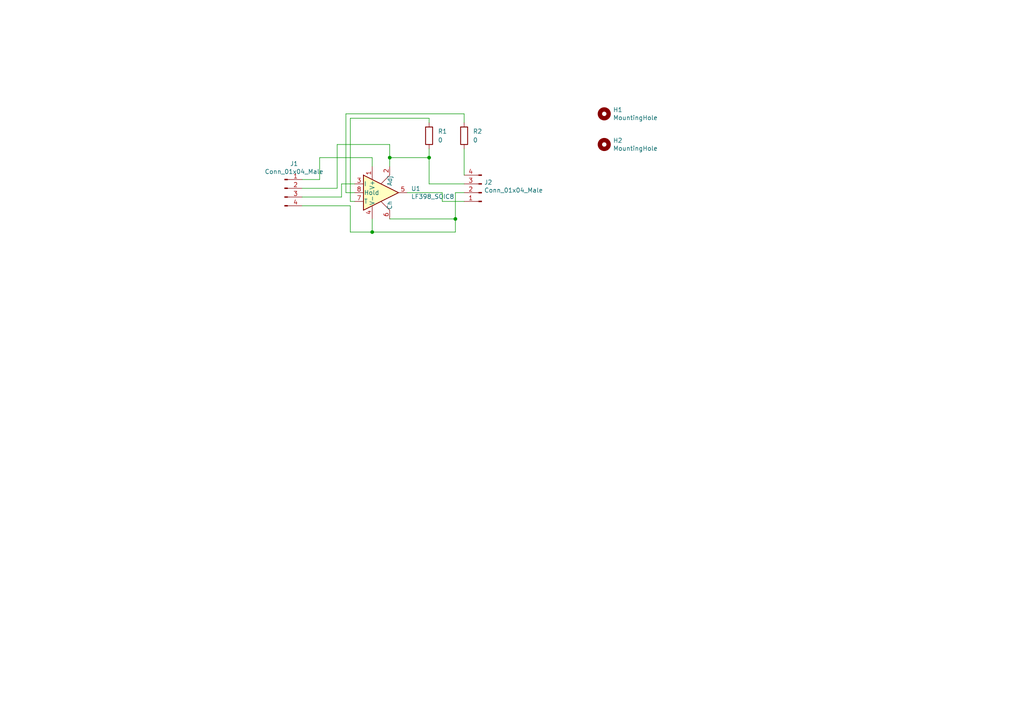
<source format=kicad_sch>
(kicad_sch (version 20211123) (generator eeschema)
  (paper "A4")
  (lib_symbols
    (symbol "Analog:LF398_SOIC8" (pin_names (offset 0.127))
      (property "Reference" "U" (at 5.08 3.81 0))
      (property "Value" "LF398_SOIC8" (at 5.08 -2.54 0))
      (symbol "LF398_SOIC8_0_1"
        (polyline (pts (xy 0 -2.54) (xy 2.54 -5.08)))
        (polyline (pts (xy 2.54 5.08) (xy 0 2.54)))
        (polyline (pts (xy -5.08 5.08) (xy 5.08 0) (xy -5.08 -5.08) (xy -5.08 5.08)) (stroke (width 0.254)) (fill (type background)))
      )
      (symbol "LF398_SOIC8_1_1"
        (pin passive line (at -2.54 7.62 270) (length 3.81) (name "V+") (number "1"))
        (pin passive line (at 2.54 7.62 270) (length 2.54) (name "Adj") (number "2"))
        (pin input line (at -7.62 2.54 0) (length 2.54) (name "I") (number "3"))
        (pin passive line (at -2.54 -7.62 90) (length 3.81) (name "V-") (number "4"))
        (pin output line (at 7.62 0 180) (length 2.54) (name "~") (number "5"))
        (pin passive line (at 2.54 -7.62 90) (length 2.54) (name "Ch") (number "6"))
        (pin passive line (at -7.62 -2.54 0) (length 2.54) (name "T") (number "7"))
        (pin input line (at -7.62 0 0) (length 2.54) (name "Hold") (number "8"))
      )
    )
    (symbol "Connector:Conn_01x04_Male" (pin_names (offset 1.016) hide)
      (property "Reference" "J" (at 0 5.08 0))
      (property "Value" "Conn_01x04_Male" (at 0 -7.62 0))
      (symbol "Conn_01x04_Male_1_1"
        (polyline (pts (xy 1.27 -5.08) (xy 0.8636 -5.08)) (stroke (width 0.1524)))
        (polyline (pts (xy 1.27 -2.54) (xy 0.8636 -2.54)) (stroke (width 0.1524)))
        (polyline (pts (xy 1.27 0) (xy 0.8636 0)) (stroke (width 0.1524)))
        (polyline (pts (xy 1.27 2.54) (xy 0.8636 2.54)) (stroke (width 0.1524)))
        (rectangle (start 0.8636 -4.953) (end 0 -5.207) (stroke (width 0.1524)) (fill (type outline)))
        (rectangle (start 0.8636 -2.413) (end 0 -2.667) (stroke (width 0.1524)) (fill (type outline)))
        (rectangle (start 0.8636 0.127) (end 0 -0.127) (stroke (width 0.1524)) (fill (type outline)))
        (rectangle (start 0.8636 2.667) (end 0 2.413) (stroke (width 0.1524)) (fill (type outline)))
        (pin passive line (at 5.08 2.54 180) (length 3.81) (name "Pin_1") (number "1"))
        (pin passive line (at 5.08 0 180) (length 3.81) (name "Pin_2") (number "2"))
        (pin passive line (at 5.08 -2.54 180) (length 3.81) (name "Pin_3") (number "3"))
        (pin passive line (at 5.08 -5.08 180) (length 3.81) (name "Pin_4") (number "4"))
      )
    )
    (symbol "Device:R" (pin_numbers hide) (pin_names (offset 0))
      (property "Reference" "R" (at 2.032 0 90))
      (property "Value" "R" (at 0 0 90))
      (symbol "R_0_1"
        (rectangle (start -1.016 -2.54) (end 1.016 2.54) (stroke (width 0.254)))
      )
      (symbol "R_1_1"
        (pin passive line (at 0 3.81 270) (length 1.27) (name "~") (number "1"))
        (pin passive line (at 0 -3.81 90) (length 1.27) (name "~") (number "2"))
      )
    )
    (symbol "Mechanical:MountingHole" (pin_names (offset 1.016))
      (property "Reference" "H" (at 0 5.08 0))
      (property "Value" "MountingHole" (at 0 3.175 0))
      (symbol "MountingHole_0_1"
        (circle (center 0 0) (radius 1.27) (stroke (width 1.27)))
      )
    )
  )
  (junction (at 107.95 67.31))
  (junction (at 113.03 45.72))
  (junction (at 124.46 45.72))
  (junction (at 132.08 63.5))
  (wire (pts (xy 134.62 50.8) (xy 134.62 43.18)))
  (wire (pts (xy 101.6 67.31) (xy 107.95 67.31)))
  (wire (pts (xy 107.95 67.31) (xy 132.08 67.31)))
  (wire (pts (xy 128.27 55.88) (xy 128.27 58.42)))
  (wire (pts (xy 118.11 55.88) (xy 128.27 55.88)))
  (wire (pts (xy 87.63 54.61) (xy 97.79 54.61)))
  (wire (pts (xy 134.62 35.56) (xy 134.62 33.02)))
  (wire (pts (xy 107.95 48.26) (xy 107.95 45.72)))
  (wire (pts (xy 113.03 63.5) (xy 132.08 63.5)))
  (wire (pts (xy 132.08 63.5) (xy 132.08 55.88)))
  (wire (pts (xy 101.6 34.29) (xy 101.6 58.42)))
  (wire (pts (xy 97.79 54.61) (xy 97.79 41.91)))
  (wire (pts (xy 113.03 41.91) (xy 113.03 45.72)))
  (wire (pts (xy 124.46 45.72) (xy 124.46 43.18)))
  (wire (pts (xy 99.06 57.15) (xy 99.06 53.34)))
  (wire (pts (xy 113.03 45.72) (xy 124.46 45.72)))
  (wire (pts (xy 128.27 58.42) (xy 134.62 58.42)))
  (wire (pts (xy 100.33 55.88) (xy 102.87 55.88)))
  (wire (pts (xy 100.33 33.02) (xy 100.33 55.88)))
  (wire (pts (xy 134.62 33.02) (xy 100.33 33.02)))
  (wire (pts (xy 132.08 55.88) (xy 134.62 55.88)))
  (wire (pts (xy 101.6 59.69) (xy 101.6 67.31)))
  (wire (pts (xy 87.63 59.69) (xy 101.6 59.69)))
  (wire (pts (xy 87.63 57.15) (xy 99.06 57.15)))
  (wire (pts (xy 113.03 45.72) (xy 113.03 48.26)))
  (wire (pts (xy 124.46 34.29) (xy 101.6 34.29)))
  (wire (pts (xy 92.71 45.72) (xy 92.71 52.07)))
  (wire (pts (xy 107.95 67.31) (xy 107.95 63.5)))
  (wire (pts (xy 99.06 53.34) (xy 102.87 53.34)))
  (wire (pts (xy 101.6 58.42) (xy 102.87 58.42)))
  (wire (pts (xy 92.71 52.07) (xy 87.63 52.07)))
  (wire (pts (xy 134.62 53.34) (xy 124.46 53.34)))
  (wire (pts (xy 132.08 67.31) (xy 132.08 63.5)))
  (wire (pts (xy 124.46 53.34) (xy 124.46 45.72)))
  (wire (pts (xy 97.79 41.91) (xy 113.03 41.91)))
  (wire (pts (xy 124.46 35.56) (xy 124.46 34.29)))
  (wire (pts (xy 107.95 45.72) (xy 92.71 45.72)))
  (symbol (lib_id "Analog:LF398_SOIC8") (at 110.49 55.88 0) (unit 1)
    (property "Reference" "U1" (at 119.2276 54.7116 0) (effects (justify left)))
    (property "Value" "LF398_SOIC8" (at 119.2276 57.023 0) (effects (justify left)))
    (property "Footprint" "Package_SO:SOIC-8_3.9x4.9mm_P1.27mm" (effects hide))
    (property "Datasheet" "https://www.analog.com/media/en/technical-documentation/data-sheets/lt0398s8.pdf" (effects hide))
  )
  (symbol (lib_id "Connector:Conn_01x04_Male") (at 82.55 54.61 0) (unit 1)
    (property "Reference" "J1" (at 85.2932 47.4726 0))
    (property "Value" "Conn_01x04_Male" (at 85.2932 49.784 0))
    (property "Footprint" "Connector_PinHeader_1.27mm:PinHeader_1x04_P1.27mm_Vertical" (effects hide))
  )
  (symbol (lib_id "Connector:Conn_01x04_Male") (at 139.7 55.88 180) (unit 1)
    (property "Reference" "J2" (at 140.4112 52.8828 0) (effects (justify right)))
    (property "Value" "Conn_01x04_Male" (at 140.4112 55.1942 0) (effects (justify right)))
    (property "Footprint" "Connector_PinHeader_2.00mm:PinHeader_1x04_P2.00mm_Vertical" (effects hide))
  )
  (symbol (lib_id "Mechanical:MountingHole") (at 175.26 33.02 0) (unit 1)
    (property "Reference" "H1" (at 177.8 31.8516 0) (effects (justify left)))
    (property "Value" "MountingHole" (at 177.8 34.163 0) (effects (justify left)))
    (property "Footprint" "MountingHole:MountingHole_2.5mm" (effects hide))
  )
  (symbol (lib_id "Mechanical:MountingHole") (at 175.26 41.91 0) (unit 1)
    (property "Reference" "H2" (at 177.8 40.7416 0) (effects (justify left)))
    (property "Value" "MountingHole" (at 177.8 43.053 0) (effects (justify left)))
    (property "Footprint" "MountingHole:MountingHole_2.5mm" (effects hide))
  )
  (symbol (lib_id "Device:R") (at 124.46 39.37 0) (unit 1)
    (property "Reference" "R1" (at 127 38.0999 0) (effects (justify left)))
    (property "Value" "0" (at 127 40.6399 0) (effects (justify left)))
    (property "Footprint" "Resistor_SMD:R_0201_0603Metric" (effects hide))
  )
  (symbol (lib_id "Device:R") (at 134.62 39.37 0) (unit 1)
    (property "Reference" "R2" (at 137.16 38.0999 0) (effects (justify left)))
    (property "Value" "0" (at 137.16 40.6399 0) (effects (justify left)))
    (property "Footprint" "Resistor_SMD:R_0201_0603Metric" (effects hide))
  )
)
</source>
